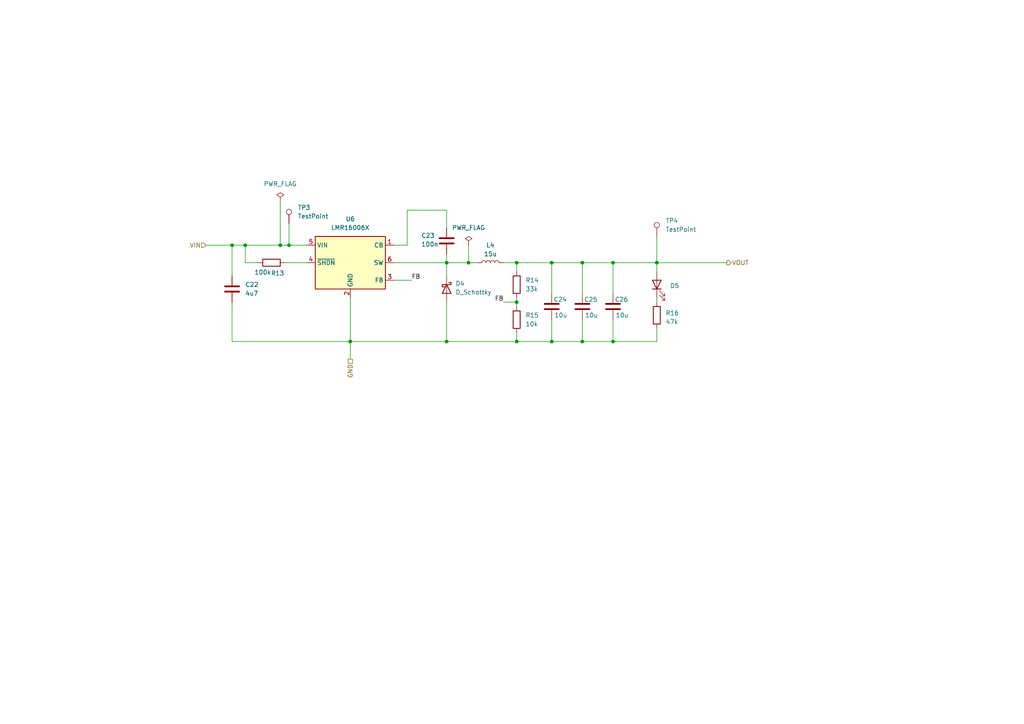
<source format=kicad_sch>
(kicad_sch (version 20250114) (generator "eeschema") (generator_version "9.0")
  (paper "A4")
  (lib_symbols
    (symbol "Connector:TestPoint" (pin_numbers (hide yes)) (pin_names (offset 0.762) (hide yes))
      (property "Reference" "TP" (at 0 6.858 0))
      (property "Value" "TestPoint" (at 0 5.08 0))
      (symbol "TestPoint_0_1"
        (circle (center 0 3.302) (radius 0.762))
      )
      (symbol "TestPoint_1_1"
        (pin passive line (at 0 0 90) (length 2.54) (name "1") (number "1"))
      )
    )
    (symbol "Device:C" (pin_numbers (hide yes)) (pin_names (offset 0.254))
      (property "Reference" "C" (at 0.635 2.54 0))
      (property "Value" "C" (at 0.635 -2.54 0))
      (symbol "C_0_1"
        (polyline (pts (xy -2.032 0.762) (xy 2.032 0.762)) (stroke (width 0.508)))
        (polyline (pts (xy -2.032 -0.762) (xy 2.032 -0.762)) (stroke (width 0.508)))
      )
      (symbol "C_1_1"
        (pin passive line (at 0 3.81 270) (length 2.794) (name "~") (number "1"))
        (pin passive line (at 0 -3.81 90) (length 2.794) (name "~") (number "2"))
      )
    )
    (symbol "Device:D_Schottky" (pin_numbers (hide yes)) (pin_names (offset 1.016) (hide yes))
      (property "Reference" "D" (at 0 2.54 0))
      (property "Value" "D_Schottky" (at 0 -2.54 0))
      (symbol "D_Schottky_0_1"
        (polyline (pts (xy -1.905 0.635) (xy -1.905 1.27) (xy -1.27 1.27) (xy -1.27 -1.27) (xy -0.635 -1.27) (xy -0.635 -0.635)) (stroke (width 0.254)))
        (polyline (pts (xy 1.27 1.27) (xy 1.27 -1.27) (xy -1.27 0) (xy 1.27 1.27)) (stroke (width 0.254)))
        (polyline (pts (xy 1.27 0) (xy -1.27 0)))
      )
      (symbol "D_Schottky_1_1"
        (pin passive line (at -3.81 0 0) (length 2.54) (name "K") (number "1"))
        (pin passive line (at 3.81 0 180) (length 2.54) (name "A") (number "2"))
      )
    )
    (symbol "Device:L" (pin_numbers (hide yes)) (pin_names (offset 1.016) (hide yes))
      (property "Reference" "L" (at -1.27 0 90))
      (property "Value" "L" (at 1.905 0 90))
      (symbol "L_0_1"
        (arc (start 0 2.54) (mid 0.6323 1.905) (end 0 1.27))
        (arc (start 0 1.27) (mid 0.6323 0.635) (end 0 0))
        (arc (start 0 0) (mid 0.6323 -0.635) (end 0 -1.27))
        (arc (start 0 -1.27) (mid 0.6323 -1.905) (end 0 -2.54))
      )
      (symbol "L_1_1"
        (pin passive line (at 0 3.81 270) (length 1.27) (name "1") (number "1"))
        (pin passive line (at 0 -3.81 90) (length 1.27) (name "2") (number "2"))
      )
    )
    (symbol "Device:LED" (pin_numbers (hide yes)) (pin_names (offset 1.016) (hide yes))
      (property "Reference" "D" (at 0 2.54 0))
      (property "Value" "LED" (at 0 -2.54 0))
      (symbol "LED_0_1"
        (polyline (pts (xy -3.048 -0.762) (xy -4.572 -2.286) (xy -3.81 -2.286) (xy -4.572 -2.286) (xy -4.572 -1.524)))
        (polyline (pts (xy -1.778 -0.762) (xy -3.302 -2.286) (xy -2.54 -2.286) (xy -3.302 -2.286) (xy -3.302 -1.524)))
        (polyline (pts (xy -1.27 0) (xy 1.27 0)))
        (polyline (pts (xy -1.27 -1.27) (xy -1.27 1.27)) (stroke (width 0.254)))
        (polyline (pts (xy 1.27 -1.27) (xy 1.27 1.27) (xy -1.27 0) (xy 1.27 -1.27)) (stroke (width 0.254)))
      )
      (symbol "LED_1_1"
        (pin passive line (at -3.81 0 0) (length 2.54) (name "K") (number "1"))
        (pin passive line (at 3.81 0 180) (length 2.54) (name "A") (number "2"))
      )
    )
    (symbol "Device:R" (pin_numbers (hide yes)) (pin_names (offset 0))
      (property "Reference" "R" (at 2.032 0 90))
      (property "Value" "R" (at 0 0 90))
      (symbol "R_0_1"
        (rectangle (start -1.016 -2.54) (end 1.016 2.54) (stroke (width 0.254)))
      )
      (symbol "R_1_1"
        (pin passive line (at 0 3.81 270) (length 1.27) (name "~") (number "1"))
        (pin passive line (at 0 -3.81 90) (length 1.27) (name "~") (number "2"))
      )
    )
    (symbol "Prj_dcdc_converter:LMR16006X"
      (property "Reference" "U" (at 1.778 -1.524 0))
      (property "Value" "LMR16006X" (at -4.826 -1.524 0))
      (symbol "LMR16006X_0_1"
        (rectangle (start -10.16 -2.54) (end 10.16 -17.78) (stroke (width 0.254)) (fill (type background)))
      )
      (symbol "LMR16006X_1_1"
        (pin power_in line (at -12.7 -5.08 0) (length 2.54) (name "VIN") (number "5"))
        (pin input line (at -12.7 -10.16 0) (length 2.54) (name "~{SHDN}") (number "4"))
        (pin power_in line (at 0 -20.32 90) (length 2.54) (name "GND") (number "2"))
        (pin input line (at 12.7 -5.08 180) (length 2.54) (name "CB") (number "1"))
        (pin output line (at 12.7 -10.16 180) (length 2.54) (name "SW") (number "6"))
        (pin input line (at 12.7 -15.24 180) (length 2.54) (name "FB") (number "3"))
      )
    )
    (symbol "power:PWR_FLAG" (power) (pin_numbers (hide yes)) (pin_names (offset 0) (hide yes))
      (property "Value" "PWR_FLAG" (at 0 3.81 0))
      (symbol "PWR_FLAG_0_0"
        (pin power_out line (at 0 0 90) (length 0) (name "~") (number "1"))
      )
      (symbol "PWR_FLAG_0_1"
        (polyline (pts (xy 0 0) (xy 0 1.27) (xy -1.016 1.905) (xy 0 2.54) (xy 1.016 1.905) (xy 0 1.27)))
      )
    )
  )
  (junction (at 71.12 71.12))
  (junction (at 81.28 71.12))
  (junction (at 67.31 71.12))
  (junction (at 129.54 76.2))
  (junction (at 149.86 87.63))
  (junction (at 135.89 76.2))
  (junction (at 149.86 99.06))
  (junction (at 168.91 76.2))
  (junction (at 101.6 99.06))
  (junction (at 190.5 76.2))
  (junction (at 149.86 76.2))
  (junction (at 168.91 99.06))
  (junction (at 83.82 71.12))
  (junction (at 160.02 99.06))
  (junction (at 177.8 76.2))
  (junction (at 160.02 76.2))
  (junction (at 129.54 99.06))
  (junction (at 177.8 99.06))
  (wire (pts (xy 83.82 71.12) (xy 88.9 71.12)))
  (wire (pts (xy 129.54 76.2) (xy 129.54 80.01)))
  (wire (pts (xy 190.5 76.2) (xy 190.5 78.74)))
  (wire (pts (xy 149.86 76.2) (xy 149.86 78.74)))
  (wire (pts (xy 190.5 68.58) (xy 190.5 76.2)))
  (wire (pts (xy 149.86 88.9) (xy 149.86 87.63)))
  (wire (pts (xy 67.31 71.12) (xy 67.31 80.01)))
  (wire (pts (xy 190.5 86.36) (xy 190.5 87.63)))
  (wire (pts (xy 81.28 71.12) (xy 83.82 71.12)))
  (wire (pts (xy 160.02 76.2) (xy 168.91 76.2)))
  (wire (pts (xy 177.8 92.71) (xy 177.8 99.06)))
  (wire (pts (xy 160.02 99.06) (xy 168.91 99.06)))
  (wire (pts (xy 67.31 71.12) (xy 71.12 71.12)))
  (wire (pts (xy 168.91 99.06) (xy 177.8 99.06)))
  (wire (pts (xy 129.54 76.2) (xy 135.89 76.2)))
  (wire (pts (xy 119.38 81.28) (xy 114.3 81.28)))
  (wire (pts (xy 101.6 104.14) (xy 101.6 99.06)))
  (wire (pts (xy 146.05 87.63) (xy 149.86 87.63)))
  (wire (pts (xy 118.11 60.96) (xy 129.54 60.96)))
  (wire (pts (xy 190.5 99.06) (xy 190.5 95.25)))
  (wire (pts (xy 177.8 76.2) (xy 190.5 76.2)))
  (wire (pts (xy 83.82 64.77) (xy 83.82 71.12)))
  (wire (pts (xy 177.8 99.06) (xy 190.5 99.06)))
  (wire (pts (xy 129.54 99.06) (xy 149.86 99.06)))
  (wire (pts (xy 177.8 76.2) (xy 177.8 85.09)))
  (wire (pts (xy 129.54 87.63) (xy 129.54 99.06)))
  (wire (pts (xy 168.91 76.2) (xy 168.91 85.09)))
  (wire (pts (xy 67.31 99.06) (xy 101.6 99.06)))
  (wire (pts (xy 149.86 86.36) (xy 149.86 87.63)))
  (wire (pts (xy 149.86 99.06) (xy 160.02 99.06)))
  (wire (pts (xy 59.69 71.12) (xy 67.31 71.12)))
  (wire (pts (xy 129.54 60.96) (xy 129.54 66.04)))
  (wire (pts (xy 71.12 76.2) (xy 74.93 76.2)))
  (wire (pts (xy 149.86 96.52) (xy 149.86 99.06)))
  (wire (pts (xy 190.5 76.2) (xy 210.82 76.2)))
  (wire (pts (xy 160.02 76.2) (xy 160.02 85.09)))
  (wire (pts (xy 135.89 76.2) (xy 138.43 76.2)))
  (wire (pts (xy 101.6 86.36) (xy 101.6 99.06)))
  (wire (pts (xy 82.55 76.2) (xy 88.9 76.2)))
  (wire (pts (xy 129.54 73.66) (xy 129.54 76.2)))
  (wire (pts (xy 67.31 87.63) (xy 67.31 99.06)))
  (wire (pts (xy 114.3 71.12) (xy 118.11 71.12)))
  (wire (pts (xy 160.02 92.71) (xy 160.02 99.06)))
  (wire (pts (xy 118.11 71.12) (xy 118.11 60.96)))
  (wire (pts (xy 81.28 58.42) (xy 81.28 71.12)))
  (wire (pts (xy 135.89 71.12) (xy 135.89 76.2)))
  (wire (pts (xy 149.86 76.2) (xy 160.02 76.2)))
  (wire (pts (xy 129.54 99.06) (xy 101.6 99.06)))
  (wire (pts (xy 71.12 71.12) (xy 81.28 71.12)))
  (wire (pts (xy 71.12 76.2) (xy 71.12 71.12)))
  (wire (pts (xy 168.91 76.2) (xy 177.8 76.2)))
  (wire (pts (xy 146.05 76.2) (xy 149.86 76.2)))
  (wire (pts (xy 168.91 92.71) (xy 168.91 99.06)))
  (wire (pts (xy 114.3 76.2) (xy 129.54 76.2)))
  (label "FB" (at 146.05 87.63 180))
  (label "FB" (at 119.38 81.28 0))
  (hierarchical_label "VOUT" (shape output) (at 210.82 76.2 0))
  (hierarchical_label "VIN" (shape input) (at 59.69 71.12 180))
  (hierarchical_label "GND" (shape passive) (at 101.6 104.14 270))
  (symbol (lib_id "Device:C") (at 160.02 88.9 0) (unit 1)
    (property "Reference" "C24" (at 160.528 86.868 0) (effects (justify left)))
    (property "Value" "10u" (at 160.782 91.44 0) (effects (justify left)))
    (property "Description" "Unpolarized capacitor" (effects (hide yes)))
  )
  (symbol (lib_id "Connector:TestPoint") (at 83.82 64.77 0) (unit 1)
    (property "Reference" "TP3" (at 86.36 60.1979 0) (effects (justify left)))
    (property "Value" "TestPoint" (at 86.36 62.7379 0) (effects (justify left)))
    (property "Description" "test point" (effects (hide yes)))
  )
  (symbol (lib_id "Device:C") (at 129.54 69.85 0) (unit 1)
    (property "Reference" "C23" (at 122.174 68.326 0) (effects (justify left)))
    (property "Value" "100n" (at 122.174 70.866 0) (effects (justify left)))
    (property "Description" "Unpolarized capacitor" (effects (hide yes)))
  )
  (symbol (lib_id "Device:C") (at 168.91 88.9 0) (unit 1)
    (property "Reference" "C25" (at 169.418 86.868 0) (effects (justify left)))
    (property "Value" "10u" (at 169.672 91.44 0) (effects (justify left)))
    (property "Description" "Unpolarized capacitor" (effects (hide yes)))
  )
  (symbol (lib_id "Device:R") (at 149.86 82.55 0) (unit 1)
    (property "Reference" "R14" (at 152.4 81.2799 0) (effects (justify left)))
    (property "Value" "33k" (at 152.4 83.8199 0) (effects (justify left)))
    (property "Footprint" "Resistor_SMD:R_0402_1005Metric_Pad0.72x0.64mm_HandSolder" (effects (hide yes)))
  )
  (symbol (lib_id "Device:D_Schottky") (at 129.54 83.82 270) (unit 1)
    (property "Reference" "D4" (at 132.08 82.2324 90) (effects (justify left)))
    (property "Value" "D_Schottky" (at 132.08 84.7724 90) (effects (justify left)))
    (property "Description" "Schottky diode" (effects (hide yes)))
  )
  (symbol (lib_id "Device:LED") (at 190.5 82.55 90) (unit 1)
    (property "Reference" "D5" (at 194.31 82.8674 90) (effects (justify right)))
    (property "Value" "XL-1005UGC" (effects (hide yes)))
    (property "Footprint" "Diode_SMD:D_0402_1005Metric_Pad0.77x0.64mm_HandSolder" (effects (hide yes)))
  )
  (symbol (lib_id "Device:L") (at 142.24 76.2 90) (unit 1)
    (property "Reference" "L4" (at 142.24 71.12 90))
    (property "Value" "15u" (at 142.24 73.66 90))
    (property "Description" "Inductor" (effects (hide yes)))
  )
  (symbol (lib_id "Prj_dcdc_converter:LMR16006X") (at 101.6 66.04 0) (unit 1)
    (property "Reference" "U6" (at 101.6 63.5 0))
    (property "Value" "LMR16006X" (at 101.6 66.04 0))
    (property "Footprint" "Package_TO_SOT_SMD:TSOT-23-6" (effects (hide yes)))
  )
  (symbol (lib_id "power:PWR_FLAG") (at 135.89 71.12 0) (unit 1)
    (property "Reference" "#FLG06" (effects (hide yes)))
    (property "Value" "PWR_FLAG" (at 135.89 66.04 0))
    (property "Description" "Special symbol for telling ERC where power comes from" (effects (hide yes)))
  )
  (symbol (lib_id "Device:C") (at 177.8 88.9 0) (unit 1)
    (property "Reference" "C26" (at 178.308 86.868 0) (effects (justify left)))
    (property "Value" "10u" (at 178.562 91.44 0) (effects (justify left)))
    (property "Description" "Unpolarized capacitor" (effects (hide yes)))
  )
  (symbol (lib_id "Device:R") (at 190.5 91.44 0) (unit 1)
    (property "Reference" "R16" (at 193.04 90.805 0) (effects (justify left)))
    (property "Value" "47k" (at 193.04 93.345 0) (effects (justify left)))
    (property "Footprint" "Resistor_SMD:R_0402_1005Metric_Pad0.72x0.64mm_HandSolder" (effects (hide yes)))
  )
  (symbol (lib_id "power:PWR_FLAG") (at 81.28 58.42 0) (unit 1)
    (property "Reference" "#FLG05" (effects (hide yes)))
    (property "Value" "PWR_FLAG" (at 81.28 53.34 0))
    (property "Description" "Special symbol for telling ERC where power comes from" (effects (hide yes)))
  )
  (symbol (lib_id "Connector:TestPoint") (at 190.5 68.58 0) (unit 1)
    (property "Reference" "TP4" (at 193.04 64.0079 0) (effects (justify left)))
    (property "Value" "TestPoint" (at 193.04 66.5479 0) (effects (justify left)))
    (property "Description" "test point" (effects (hide yes)))
  )
  (symbol (lib_id "Device:C") (at 67.31 83.82 0) (unit 1)
    (property "Reference" "C22" (at 71.12 82.5499 0) (effects (justify left)))
    (property "Value" "4u7" (at 71.12 85.0899 0) (effects (justify left)))
    (property "Description" "Unpolarized capacitor" (effects (hide yes)))
  )
  (symbol (lib_id "Device:R") (at 78.74 76.2 270) (unit 1)
    (property "Reference" "R13" (at 80.518 79.248 90))
    (property "Value" "100k" (at 76.2 78.994 90))
    (property "Footprint" "Resistor_SMD:R_0402_1005Metric_Pad0.72x0.64mm_HandSolder" (effects (hide yes)))
  )
  (symbol (lib_id "Device:R") (at 149.86 92.71 0) (unit 1)
    (property "Reference" "R15" (at 152.4 91.4399 0) (effects (justify left)))
    (property "Value" "10k" (at 152.4 93.9799 0) (effects (justify left)))
    (property "Footprint" "Resistor_SMD:R_0402_1005Metric_Pad0.72x0.64mm_HandSolder" (effects (hide yes)))
  )
)
</source>
